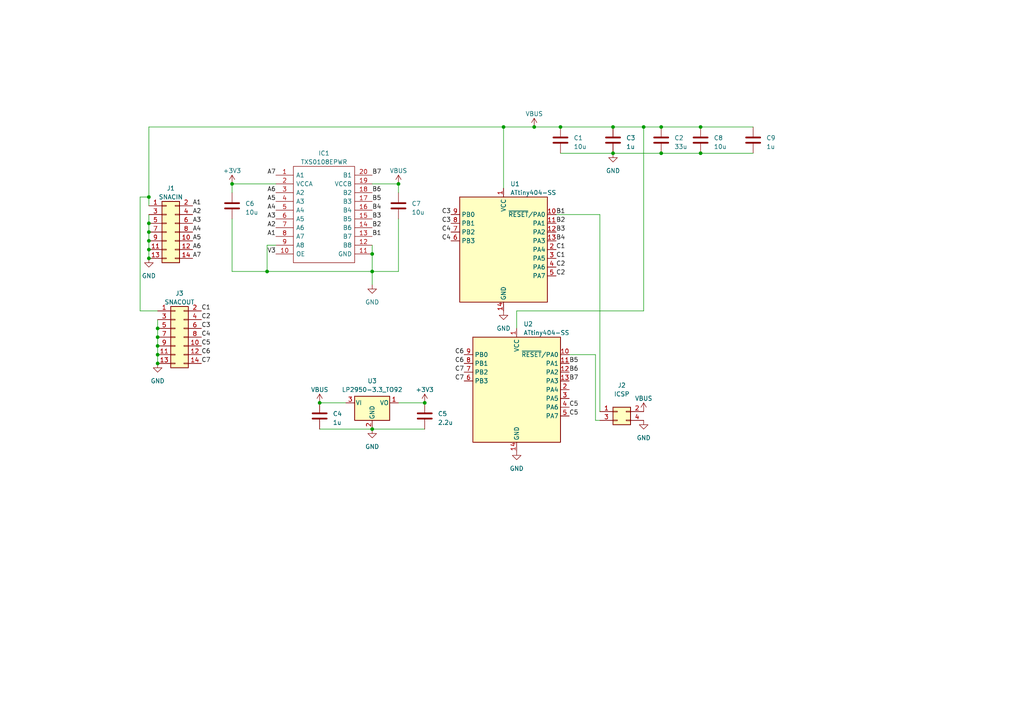
<source format=kicad_sch>
(kicad_sch (version 20230121) (generator eeschema)
  (paper "A4")
  (lib_symbols
    (symbol "Connector_Generic:Conn_02x02_Odd_Even" (pin_names (offset 1.016) hide)
      (property "Reference" "J" (at 1.27 2.54 0))
      (property "Value" "Conn_02x02_Odd_Even" (at 1.27 -5.08 0))
      (symbol "Conn_02x02_Odd_Even_1_1"
        (rectangle (start -1.27 -2.413) (end 0 -2.667) (stroke (width 0.1524)))
        (rectangle (start -1.27 0.127) (end 0 -0.127) (stroke (width 0.1524)))
        (rectangle (start -1.27 1.27) (end 3.81 -3.81) (stroke (width 0.254)) (fill (type background)))
        (rectangle (start 3.81 -2.413) (end 2.54 -2.667) (stroke (width 0.1524)))
        (rectangle (start 3.81 0.127) (end 2.54 -0.127) (stroke (width 0.1524)))
        (pin passive line (at -5.08 0 0) (length 3.81) (name "Pin_1") (number "1"))
        (pin passive line (at 7.62 0 180) (length 3.81) (name "Pin_2") (number "2"))
        (pin passive line (at -5.08 -2.54 0) (length 3.81) (name "Pin_3") (number "3"))
        (pin passive line (at 7.62 -2.54 180) (length 3.81) (name "Pin_4") (number "4"))
      )
    )
    (symbol "Connector_Generic:Conn_02x07_Odd_Even" (pin_names (offset 1.016) hide)
      (property "Reference" "J" (at 1.27 10.16 0))
      (property "Value" "Conn_02x07_Odd_Even" (at 1.27 -10.16 0))
      (symbol "Conn_02x07_Odd_Even_1_1"
        (rectangle (start -1.27 -7.493) (end 0 -7.747) (stroke (width 0.1524)))
        (rectangle (start -1.27 -4.953) (end 0 -5.207) (stroke (width 0.1524)))
        (rectangle (start -1.27 -2.413) (end 0 -2.667) (stroke (width 0.1524)))
        (rectangle (start -1.27 0.127) (end 0 -0.127) (stroke (width 0.1524)))
        (rectangle (start -1.27 2.667) (end 0 2.413) (stroke (width 0.1524)))
        (rectangle (start -1.27 5.207) (end 0 4.953) (stroke (width 0.1524)))
        (rectangle (start -1.27 7.747) (end 0 7.493) (stroke (width 0.1524)))
        (rectangle (start -1.27 8.89) (end 3.81 -8.89) (stroke (width 0.254)) (fill (type background)))
        (rectangle (start 3.81 -7.493) (end 2.54 -7.747) (stroke (width 0.1524)))
        (rectangle (start 3.81 -4.953) (end 2.54 -5.207) (stroke (width 0.1524)))
        (rectangle (start 3.81 -2.413) (end 2.54 -2.667) (stroke (width 0.1524)))
        (rectangle (start 3.81 0.127) (end 2.54 -0.127) (stroke (width 0.1524)))
        (rectangle (start 3.81 2.667) (end 2.54 2.413) (stroke (width 0.1524)))
        (rectangle (start 3.81 5.207) (end 2.54 4.953) (stroke (width 0.1524)))
        (rectangle (start 3.81 7.747) (end 2.54 7.493) (stroke (width 0.1524)))
        (pin passive line (at -5.08 7.62 0) (length 3.81) (name "Pin_1") (number "1"))
        (pin passive line (at 7.62 -2.54 180) (length 3.81) (name "Pin_10") (number "10"))
        (pin passive line (at -5.08 -5.08 0) (length 3.81) (name "Pin_11") (number "11"))
        (pin passive line (at 7.62 -5.08 180) (length 3.81) (name "Pin_12") (number "12"))
        (pin passive line (at -5.08 -7.62 0) (length 3.81) (name "Pin_13") (number "13"))
        (pin passive line (at 7.62 -7.62 180) (length 3.81) (name "Pin_14") (number "14"))
        (pin passive line (at 7.62 7.62 180) (length 3.81) (name "Pin_2") (number "2"))
        (pin passive line (at -5.08 5.08 0) (length 3.81) (name "Pin_3") (number "3"))
        (pin passive line (at 7.62 5.08 180) (length 3.81) (name "Pin_4") (number "4"))
        (pin passive line (at -5.08 2.54 0) (length 3.81) (name "Pin_5") (number "5"))
        (pin passive line (at 7.62 2.54 180) (length 3.81) (name "Pin_6") (number "6"))
        (pin passive line (at -5.08 0 0) (length 3.81) (name "Pin_7") (number "7"))
        (pin passive line (at 7.62 0 180) (length 3.81) (name "Pin_8") (number "8"))
        (pin passive line (at -5.08 -2.54 0) (length 3.81) (name "Pin_9") (number "9"))
      )
    )
    (symbol "Device:C" (pin_numbers hide) (pin_names (offset 0.254))
      (property "Reference" "C" (at 0.635 2.54 0))
      (property "Value" "C" (at 0.635 -2.54 0))
      (symbol "C_0_1"
        (polyline (pts (xy -2.032 -0.762) (xy 2.032 -0.762)) (stroke (width 0.508)))
        (polyline (pts (xy -2.032 0.762) (xy 2.032 0.762)) (stroke (width 0.508)))
      )
      (symbol "C_1_1"
        (pin passive line (at 0 3.81 270) (length 2.794) (name "~") (number "1"))
        (pin passive line (at 0 -3.81 90) (length 2.794) (name "~") (number "2"))
      )
    )
    (symbol "MCU_Microchip_ATtiny:ATtiny404-SS"
      (property "Reference" "U" (at -12.7 16.51 0))
      (property "Value" "ATtiny404-SS" (at 2.54 -16.51 0))
      (symbol "ATtiny404-SS_0_1"
        (rectangle (start -12.7 -15.24) (end 12.7 15.24) (stroke (width 0.254)) (fill (type background)))
      )
      (symbol "ATtiny404-SS_1_1"
        (pin power_in line (at 0 17.78 270) (length 2.54) (name "VCC") (number "1"))
        (pin bidirectional line (at 15.24 10.16 180) (length 2.54) (name "~{RESET}/PA0") (number "10"))
        (pin bidirectional line (at 15.24 7.62 180) (length 2.54) (name "PA1") (number "11"))
        (pin bidirectional line (at 15.24 5.08 180) (length 2.54) (name "PA2") (number "12"))
        (pin bidirectional line (at 15.24 2.54 180) (length 2.54) (name "PA3") (number "13"))
        (pin power_in line (at 0 -17.78 90) (length 2.54) (name "GND") (number "14"))
        (pin bidirectional line (at 15.24 0 180) (length 2.54) (name "PA4") (number "2"))
        (pin bidirectional line (at 15.24 -2.54 180) (length 2.54) (name "PA5") (number "3"))
        (pin bidirectional line (at 15.24 -5.08 180) (length 2.54) (name "PA6") (number "4"))
        (pin bidirectional line (at 15.24 -7.62 180) (length 2.54) (name "PA7") (number "5"))
        (pin bidirectional line (at -15.24 2.54 0) (length 2.54) (name "PB3") (number "6"))
        (pin bidirectional line (at -15.24 5.08 0) (length 2.54) (name "PB2") (number "7"))
        (pin bidirectional line (at -15.24 7.62 0) (length 2.54) (name "PB1") (number "8"))
        (pin bidirectional line (at -15.24 10.16 0) (length 2.54) (name "PB0") (number "9"))
      )
    )
    (symbol "Regulator_Linear:LP2950-3.3_TO92" (pin_names (offset 0.254))
      (property "Reference" "U" (at -3.81 3.175 0))
      (property "Value" "LP2950-3.3_TO92" (at 0 3.175 0))
      (symbol "LP2950-3.3_TO92_0_1"
        (rectangle (start -5.08 -5.08) (end 5.08 1.905) (stroke (width 0.254)) (fill (type background)))
      )
      (symbol "LP2950-3.3_TO92_1_1"
        (pin power_out line (at 7.62 0 180) (length 2.54) (name "VO") (number "1"))
        (pin power_in line (at 0 -7.62 90) (length 2.54) (name "GND") (number "2"))
        (pin power_in line (at -7.62 0 0) (length 2.54) (name "VI") (number "3"))
      )
    )
    (symbol "mouser:TXS0108EPWR" (pin_names (offset 0.762))
      (property "Reference" "IC" (at 24.13 7.62 0))
      (property "Value" "TXS0108EPWR" (at 24.13 5.08 0))
      (symbol "TXS0108EPWR_0_0"
        (pin passive line (at 0 0 0) (length 5.08) (name "A1") (number "1"))
        (pin passive line (at 0 -22.86 0) (length 5.08) (name "OE") (number "10"))
        (pin passive line (at 27.94 -22.86 180) (length 5.08) (name "GND") (number "11"))
        (pin passive line (at 27.94 -20.32 180) (length 5.08) (name "B8") (number "12"))
        (pin passive line (at 27.94 -17.78 180) (length 5.08) (name "B7") (number "13"))
        (pin passive line (at 27.94 -15.24 180) (length 5.08) (name "B6") (number "14"))
        (pin passive line (at 27.94 -12.7 180) (length 5.08) (name "B5") (number "15"))
        (pin passive line (at 27.94 -10.16 180) (length 5.08) (name "B4") (number "16"))
        (pin passive line (at 27.94 -7.62 180) (length 5.08) (name "B3") (number "17"))
        (pin passive line (at 27.94 -5.08 180) (length 5.08) (name "B2") (number "18"))
        (pin passive line (at 27.94 -2.54 180) (length 5.08) (name "VCCB") (number "19"))
        (pin passive line (at 0 -2.54 0) (length 5.08) (name "VCCA") (number "2"))
        (pin passive line (at 27.94 0 180) (length 5.08) (name "B1") (number "20"))
        (pin passive line (at 0 -5.08 0) (length 5.08) (name "A2") (number "3"))
        (pin passive line (at 0 -7.62 0) (length 5.08) (name "A3") (number "4"))
        (pin passive line (at 0 -10.16 0) (length 5.08) (name "A4") (number "5"))
        (pin passive line (at 0 -12.7 0) (length 5.08) (name "A5") (number "6"))
        (pin passive line (at 0 -15.24 0) (length 5.08) (name "A6") (number "7"))
        (pin passive line (at 0 -17.78 0) (length 5.08) (name "A7") (number "8"))
        (pin passive line (at 0 -20.32 0) (length 5.08) (name "A8") (number "9"))
      )
      (symbol "TXS0108EPWR_0_1"
        (polyline (pts (xy 5.08 2.54) (xy 22.86 2.54) (xy 22.86 -25.4) (xy 5.08 -25.4) (xy 5.08 2.54)) (stroke (width 0.1524)))
      )
    )
    (symbol "power:+3V3" (power) (pin_names (offset 0))
      (property "Value" "+3V3" (at 0 3.556 0))
      (symbol "+3V3_0_1"
        (polyline (pts (xy -0.762 1.27) (xy 0 2.54)))
        (polyline (pts (xy 0 0) (xy 0 2.54)))
        (polyline (pts (xy 0 2.54) (xy 0.762 1.27)))
      )
      (symbol "+3V3_1_1"
        (pin power_in line (at 0 0 90) (length 0) hide (name "+3V3") (number "1"))
      )
    )
    (symbol "power:GND" (power) (pin_names (offset 0))
      (property "Value" "GND" (at 0 -3.81 0))
      (symbol "GND_0_1"
        (polyline (pts (xy 0 0) (xy 0 -1.27) (xy 1.27 -1.27) (xy 0 -2.54) (xy -1.27 -1.27) (xy 0 -1.27)))
      )
      (symbol "GND_1_1"
        (pin power_in line (at 0 0 270) (length 0) hide (name "GND") (number "1"))
      )
    )
    (symbol "power:VBUS" (power) (pin_names (offset 0))
      (property "Value" "VBUS" (at 0 3.81 0))
      (symbol "VBUS_0_1"
        (polyline (pts (xy -0.762 1.27) (xy 0 2.54)))
        (polyline (pts (xy 0 0) (xy 0 2.54)))
        (polyline (pts (xy 0 2.54) (xy 0.762 1.27)))
      )
      (symbol "VBUS_1_1"
        (pin power_in line (at 0 0 90) (length 0) hide (name "VBUS") (number "1"))
      )
    )
  )
  (junction (at 45.72 102.87))
  (junction (at 177.8 44.45))
  (junction (at 43.18 74.93))
  (junction (at 123.19 116.84))
  (junction (at 45.72 95.25))
  (junction (at 203.2 36.83))
  (junction (at 43.18 72.39))
  (junction (at 177.8 36.83))
  (junction (at 186.69 36.83))
  (junction (at 45.72 97.79))
  (junction (at 45.72 100.33))
  (junction (at 115.57 53.34))
  (junction (at 77.47 78.74))
  (junction (at 43.18 69.85))
  (junction (at 203.2 44.45))
  (junction (at 43.18 57.15))
  (junction (at 191.77 36.83))
  (junction (at 191.77 44.45))
  (junction (at 92.71 116.84))
  (junction (at 43.18 67.31))
  (junction (at 146.05 36.83))
  (junction (at 107.95 73.66))
  (junction (at 107.95 78.74))
  (junction (at 45.72 105.41))
  (junction (at 162.56 36.83))
  (junction (at 67.31 53.34))
  (junction (at 43.18 64.77))
  (junction (at 154.94 36.83))
  (junction (at 107.95 124.46))
  (wire (pts (xy 172.72 102.87) (xy 172.72 121.92)))
  (wire (pts (xy 186.69 90.17) (xy 186.69 36.83)))
  (wire (pts (xy 191.77 36.83) (xy 186.69 36.83)))
  (wire (pts (xy 107.95 71.12) (xy 107.95 73.66)))
  (wire (pts (xy 43.18 62.23) (xy 43.18 64.77)))
  (wire (pts (xy 173.99 62.23) (xy 173.99 119.38)))
  (wire (pts (xy 92.71 116.84) (xy 100.33 116.84)))
  (wire (pts (xy 172.72 121.92) (xy 173.99 121.92)))
  (wire (pts (xy 80.01 71.12) (xy 77.47 71.12)))
  (wire (pts (xy 186.69 36.83) (xy 177.8 36.83)))
  (wire (pts (xy 177.8 36.83) (xy 162.56 36.83)))
  (wire (pts (xy 107.95 124.46) (xy 123.19 124.46)))
  (wire (pts (xy 107.95 53.34) (xy 115.57 53.34)))
  (wire (pts (xy 43.18 69.85) (xy 43.18 72.39)))
  (wire (pts (xy 146.05 36.83) (xy 146.05 54.61)))
  (wire (pts (xy 149.86 95.25) (xy 149.86 90.17)))
  (wire (pts (xy 173.99 62.23) (xy 161.29 62.23)))
  (wire (pts (xy 43.18 64.77) (xy 43.18 67.31)))
  (wire (pts (xy 115.57 78.74) (xy 107.95 78.74)))
  (wire (pts (xy 43.18 59.69) (xy 43.18 57.15)))
  (wire (pts (xy 43.18 57.15) (xy 43.18 36.83)))
  (wire (pts (xy 45.72 100.33) (xy 45.72 102.87)))
  (wire (pts (xy 45.72 97.79) (xy 45.72 100.33)))
  (wire (pts (xy 191.77 36.83) (xy 203.2 36.83)))
  (wire (pts (xy 40.64 90.17) (xy 40.64 57.15)))
  (wire (pts (xy 146.05 36.83) (xy 154.94 36.83)))
  (wire (pts (xy 67.31 78.74) (xy 77.47 78.74)))
  (wire (pts (xy 45.72 95.25) (xy 45.72 97.79)))
  (wire (pts (xy 43.18 72.39) (xy 43.18 74.93)))
  (wire (pts (xy 149.86 90.17) (xy 186.69 90.17)))
  (wire (pts (xy 40.64 57.15) (xy 43.18 57.15)))
  (wire (pts (xy 107.95 82.55) (xy 107.95 78.74)))
  (wire (pts (xy 107.95 78.74) (xy 107.95 73.66)))
  (wire (pts (xy 162.56 44.45) (xy 177.8 44.45)))
  (wire (pts (xy 115.57 63.5) (xy 115.57 78.74)))
  (wire (pts (xy 43.18 67.31) (xy 43.18 69.85)))
  (wire (pts (xy 191.77 44.45) (xy 203.2 44.45)))
  (wire (pts (xy 92.71 124.46) (xy 107.95 124.46)))
  (wire (pts (xy 43.18 36.83) (xy 146.05 36.83)))
  (wire (pts (xy 45.72 102.87) (xy 45.72 105.41)))
  (wire (pts (xy 77.47 78.74) (xy 107.95 78.74)))
  (wire (pts (xy 45.72 92.71) (xy 45.72 95.25)))
  (wire (pts (xy 115.57 53.34) (xy 115.57 55.88)))
  (wire (pts (xy 177.8 44.45) (xy 191.77 44.45)))
  (wire (pts (xy 67.31 63.5) (xy 67.31 78.74)))
  (wire (pts (xy 165.1 102.87) (xy 172.72 102.87)))
  (wire (pts (xy 77.47 71.12) (xy 77.47 78.74)))
  (wire (pts (xy 45.72 90.17) (xy 40.64 90.17)))
  (wire (pts (xy 162.56 36.83) (xy 154.94 36.83)))
  (wire (pts (xy 115.57 116.84) (xy 123.19 116.84)))
  (wire (pts (xy 80.01 53.34) (xy 67.31 53.34)))
  (wire (pts (xy 67.31 53.34) (xy 67.31 55.88)))
  (wire (pts (xy 218.44 36.83) (xy 203.2 36.83)))
  (wire (pts (xy 203.2 44.45) (xy 218.44 44.45)))
  (label "B4" (at 107.95 60.96 0))
  (label "C6" (at 134.62 105.41 180))
  (label "C5" (at 58.42 100.33 0))
  (label "C7" (at 134.62 107.95 180))
  (label "C1" (at 161.29 72.39 0))
  (label "B1" (at 161.29 62.23 0))
  (label "B3" (at 107.95 63.5 0))
  (label "B3" (at 161.29 67.31 0))
  (label "A6" (at 80.01 55.88 180))
  (label "A1" (at 55.88 59.69 0))
  (label "C3" (at 130.81 64.77 180))
  (label "A2" (at 55.88 62.23 0))
  (label "C1" (at 58.42 90.17 0))
  (label "B6" (at 107.95 55.88 0))
  (label "A3" (at 55.88 64.77 0))
  (label "C1" (at 161.29 74.93 0))
  (label "C6" (at 58.42 102.87 0))
  (label "B2" (at 107.95 66.04 0))
  (label "C2" (at 161.29 77.47 0))
  (label "A7" (at 80.01 50.8 180))
  (label "B2" (at 161.29 64.77 0))
  (label "C6" (at 134.62 102.87 180))
  (label "C3" (at 130.81 62.23 180))
  (label "A3" (at 80.01 63.5 180))
  (label "C4" (at 58.42 97.79 0))
  (label "B5" (at 165.1 105.41 0))
  (label "A4" (at 55.88 67.31 0))
  (label "B7" (at 107.95 50.8 0))
  (label "C3" (at 58.42 95.25 0))
  (label "A4" (at 80.01 60.96 180))
  (label "A5" (at 55.88 69.85 0))
  (label "C7" (at 58.42 105.41 0))
  (label "A7" (at 55.88 74.93 0))
  (label "B5" (at 107.95 58.42 0))
  (label "C2" (at 161.29 80.01 0))
  (label "B7" (at 165.1 110.49 0))
  (label "V3" (at 80.01 73.66 180))
  (label "A1" (at 80.01 68.58 180))
  (label "A2" (at 80.01 66.04 180))
  (label "C7" (at 134.62 110.49 180))
  (label "A5" (at 80.01 58.42 180))
  (label "C2" (at 58.42 92.71 0))
  (label "B1" (at 107.95 68.58 0))
  (label "C4" (at 130.81 69.85 180))
  (label "B4" (at 161.29 69.85 0))
  (label "C4" (at 130.81 67.31 180))
  (label "C5" (at 165.1 118.11 0))
  (label "C5" (at 165.1 120.65 0))
  (label "A6" (at 55.88 72.39 0))
  (label "B6" (at 165.1 107.95 0))
  (symbol (lib_id "power:GND") (at 107.95 124.46 0) (unit 1)
    (property "Reference" "#PWR08" (effects hide))
    (property "Value" "GND" (at 107.95 129.54 0))
  )
  (symbol (lib_id "power:VBUS") (at 92.71 116.84 0) (unit 1)
    (property "Reference" "#PWR06" (effects hide))
    (property "Value" "VBUS" (at 92.71 113.03 0))
  )
  (symbol (lib_id "Device:C") (at 191.77 40.64 0) (unit 1)
    (property "Reference" "C2" (at 195.58 40.005 0) (effects (justify left)))
    (property "Value" "33u" (at 195.58 42.545 0) (effects (justify left)))
    (property "Footprint" "Capacitor_SMD:CP_Elec_10x10.5" (effects hide))
  )
  (symbol (lib_id "Connector_Generic:Conn_02x07_Odd_Even") (at 48.26 67.31 0) (unit 1)
    (property "Reference" "J1" (at 49.53 54.61 0))
    (property "Value" "SNACIN" (at 49.53 57.15 0))
  )
  (symbol (lib_id "power:VBUS") (at 115.57 53.34 0) (unit 1)
    (property "Reference" "#PWR04" (effects hide))
    (property "Value" "VBUS" (at 115.57 49.53 0))
  )
  (symbol (lib_id "Device:C") (at 218.44 40.64 0) (unit 1)
    (property "Reference" "C9" (at 222.25 40.005 0) (effects (justify left)))
    (property "Value" "1u" (at 222.25 42.545 0) (effects (justify left)))
  )
  (symbol (lib_id "power:GND") (at 177.8 44.45 0) (unit 1)
    (property "Reference" "#PWR05" (effects hide))
    (property "Value" "GND" (at 177.8 49.53 0))
  )
  (symbol (lib_id "Device:C") (at 177.8 40.64 0) (unit 1)
    (property "Reference" "C3" (at 181.61 40.005 0) (effects (justify left)))
    (property "Value" "1u" (at 181.61 42.545 0) (effects (justify left)))
  )
  (symbol (lib_id "Device:C") (at 162.56 40.64 0) (unit 1)
    (property "Reference" "C1" (at 166.37 40.005 0) (effects (justify left)))
    (property "Value" "10u" (at 166.37 42.545 0) (effects (justify left)))
  )
  (symbol (lib_id "power:GND") (at 149.86 130.81 0) (unit 1)
    (property "Reference" "#PWR012" (effects hide))
    (property "Value" "GND" (at 149.86 135.89 0))
  )
  (symbol (lib_id "Device:C") (at 123.19 120.65 0) (unit 1)
    (property "Reference" "C5" (at 127 120.015 0) (effects (justify left)))
    (property "Value" "2.2u" (at 127 122.555 0) (effects (justify left)))
  )
  (symbol (lib_id "power:GND") (at 45.72 105.41 0) (unit 1)
    (property "Reference" "#PWR013" (effects hide))
    (property "Value" "GND" (at 45.72 110.49 0))
  )
  (symbol (lib_id "power:VBUS") (at 154.94 36.83 0) (unit 1)
    (property "Reference" "#PWR01" (effects hide))
    (property "Value" "VBUS" (at 154.94 33.02 0))
  )
  (symbol (lib_id "Device:C") (at 115.57 59.69 0) (unit 1)
    (property "Reference" "C7" (at 119.38 59.055 0) (effects (justify left)))
    (property "Value" "10u" (at 119.38 61.595 0) (effects (justify left)))
    (property "Footprint" "Capacitor_SMD:C_0805_2012Metric" (effects hide))
  )
  (symbol (lib_id "power:GND") (at 107.95 82.55 0) (unit 1)
    (property "Reference" "#PWR02" (effects hide))
    (property "Value" "GND" (at 107.95 87.63 0))
  )
  (symbol (lib_id "Device:C") (at 67.31 59.69 0) (unit 1)
    (property "Reference" "C6" (at 71.12 59.055 0) (effects (justify left)))
    (property "Value" "10u" (at 71.12 61.595 0) (effects (justify left)))
    (property "Footprint" "Capacitor_SMD:C_0805_2012Metric" (effects hide))
  )
  (symbol (lib_id "power:GND") (at 186.69 121.92 0) (unit 1)
    (property "Reference" "#PWR011" (effects hide))
    (property "Value" "GND" (at 186.69 127 0))
  )
  (symbol (lib_id "power:VBUS") (at 186.69 119.38 0) (unit 1)
    (property "Reference" "#PWR010" (effects hide))
    (property "Value" "VBUS" (at 186.69 115.57 0))
  )
  (symbol (lib_id "Device:C") (at 92.71 120.65 0) (unit 1)
    (property "Reference" "C4" (at 96.52 120.015 0) (effects (justify left)))
    (property "Value" "1u" (at 96.52 122.555 0) (effects (justify left)))
  )
  (symbol (lib_id "mouser:TXS0108EPWR") (at 80.01 50.8 0) (unit 1)
    (property "Reference" "IC1" (at 93.98 44.45 0))
    (property "Value" "TXS0108EPWR" (at 93.98 46.99 0))
    (property "Footprint" "SOP65P640X120-20N" (effects hide))
    (property "Datasheet" "http://www.ti.com/lit/ds/symlink/txs0108e.pdf" (effects hide))
    (property "Description" "TXS0108EPWR, Voltage Level Translator, Open Drain 1.2  3.6 V, 1.65  5.5 V 20-Pin TSSOP" (effects hide))
    (property "Height" "1.2" (effects hide))
    (property "Manufacturer_Name" "Texas Instruments" (effects hide))
    (property "Manufacturer_Part_Number" "TXS0108EPWR" (effects hide))
    (property "Mouser Part Number" "595-TXS0108EPWR" (effects hide))
    (property "Mouser Price/Stock" "https://www.mouser.co.uk/ProductDetail/Texas-Instruments/TXS0108EPWR?qs=IUbkBnfnSQLgiWtCbWtYOw%3D%3D" (effects hide))
    (property "Arrow Part Number" "TXS0108EPWR" (effects hide))
    (property "Arrow Price/Stock" "https://www.arrow.com/en/products/txs0108epwr/texas-instruments?region=nac" (effects hide))
  )
  (symbol (lib_id "power:GND") (at 146.05 90.17 0) (unit 1)
    (property "Reference" "#PWR03" (effects hide))
    (property "Value" "GND" (at 146.05 95.25 0))
  )
  (symbol (lib_id "Device:C") (at 203.2 40.64 0) (unit 1)
    (property "Reference" "C8" (at 207.01 40.005 0) (effects (justify left)))
    (property "Value" "10u" (at 207.01 42.545 0) (effects (justify left)))
  )
  (symbol (lib_id "Connector_Generic:Conn_02x07_Odd_Even") (at 50.8 97.79 0) (unit 1)
    (property "Reference" "J3" (at 52.07 85.09 0))
    (property "Value" "SNACOUT" (at 52.07 87.63 0))
  )
  (symbol (lib_id "power:GND") (at 43.18 74.93 0) (unit 1)
    (property "Reference" "#PWR017" (effects hide))
    (property "Value" "GND" (at 43.18 80.01 0))
  )
  (symbol (lib_id "Regulator_Linear:LP2950-3.3_TO92") (at 107.95 116.84 0) (unit 1)
    (property "Reference" "U3" (at 107.95 110.49 0))
    (property "Value" "LP2950-3.3_TO92" (at 107.95 113.03 0))
    (property "Footprint" "Package_TO_SOT_THT:TO-92_Inline" (effects hide))
    (property "Datasheet" "http://www.ti.com/lit/ds/symlink/lp2950.pdf" (effects hide))
  )
  (symbol (lib_id "MCU_Microchip_ATtiny:ATtiny404-SS") (at 149.86 113.03 0) (unit 1)
    (property "Reference" "U2" (at 151.8159 93.98 0) (effects (justify left)))
    (property "Value" "ATtiny404-SS" (at 151.8159 96.52 0) (effects (justify left)))
    (property "Footprint" "Package_SO:SOIC-14_3.9x8.7mm_P1.27mm" (effects hide))
    (property "Datasheet" "http://ww1.microchip.com/downloads/en/DeviceDoc/50002687A.pdf" (effects hide))
  )
  (symbol (lib_id "MCU_Microchip_ATtiny:ATtiny404-SS") (at 146.05 72.39 0) (unit 1)
    (property "Reference" "U1" (at 148.0059 53.34 0) (effects (justify left)))
    (property "Value" "ATtiny404-SS" (at 148.0059 55.88 0) (effects (justify left)))
    (property "Footprint" "Package_SO:SOIC-14_3.9x8.7mm_P1.27mm" (effects hide))
    (property "Datasheet" "http://ww1.microchip.com/downloads/en/DeviceDoc/50002687A.pdf" (effects hide))
  )
  (symbol (lib_id "power:+3V3") (at 123.19 116.84 0) (unit 1)
    (property "Reference" "#PWR07" (effects hide))
    (property "Value" "+3V3" (at 123.19 113.03 0))
  )
  (symbol (lib_id "power:+3V3") (at 67.31 53.34 0) (unit 1)
    (property "Reference" "#PWR09" (effects hide))
    (property "Value" "+3V3" (at 67.31 49.53 0))
  )
  (symbol (lib_id "Connector_Generic:Conn_02x02_Odd_Even") (at 179.07 119.38 0) (unit 1)
    (property "Reference" "J2" (at 180.34 111.76 0))
    (property "Value" "ICSP" (at 180.34 114.3 0))
  )
)
</source>
